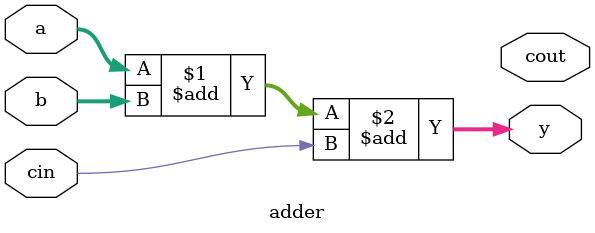
<source format=sv>
`timescale 1ns / 1ps


module adder(input logic [15:0] a, b,
             input logic cin, 
             output logic[15:0] y,
             output logic cout);
    assign y = a + b + cin;
endmodule

</source>
